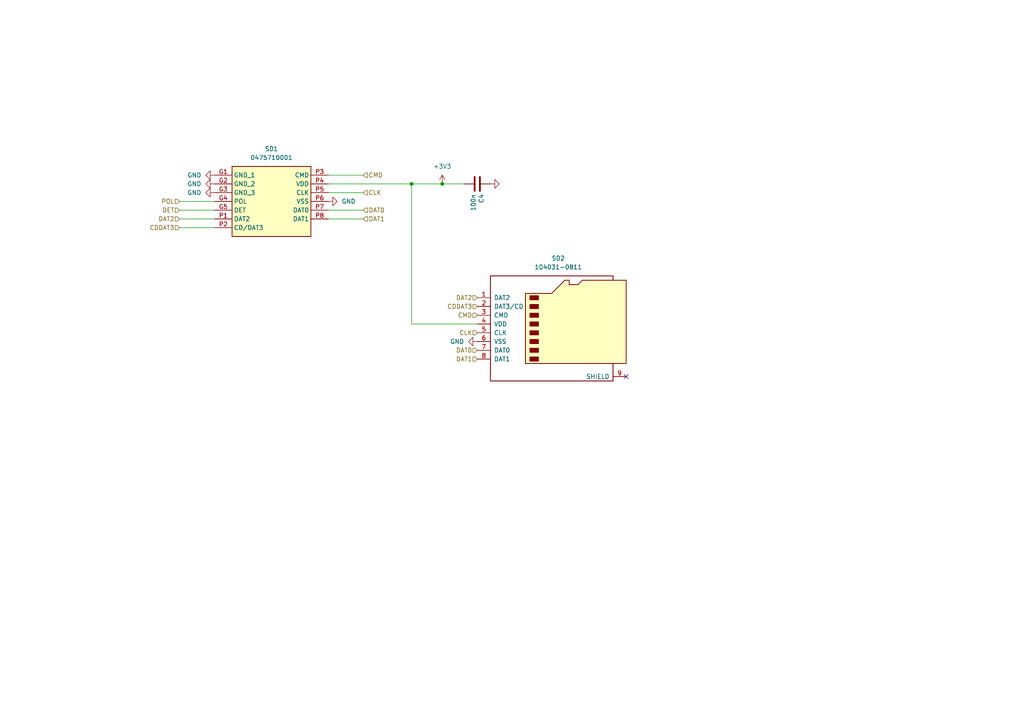
<source format=kicad_sch>
(kicad_sch (version 20250114) (generator "eeschema") (generator_version "9.0")
  (paper "A4")
  (title_block (title "FRANK RM1Z") (date "2025-03-06") (rev "1.00") (company "Mikhail Matveev") (comment 1 "https://github.com/xtremespb/frank"))
  (lib_symbols
    (symbol "Connector:Micro_SD_Card" (pin_names (offset 1.016))
      (property "Reference" "J" (at -16.51 15.24 0))
      (property "Value" "Micro_SD_Card" (at 16.51 15.24 0))
      (symbol "Micro_SD_Card_0_1"
        (polyline (pts (xy -8.89 -11.43) (xy -8.89 8.89) (xy -1.27 8.89) (xy 2.54 12.7) (xy 3.81 12.7) (xy 3.81 11.43) (xy 6.35 11.43) (xy 7.62 12.7) (xy 20.32 12.7) (xy 20.32 -11.43) (xy -8.89 -11.43)) (stroke (width 0.254)) (fill (type background)))
        (rectangle (start -7.62 8.255) (end -5.08 6.985) (fill (type outline)))
        (rectangle (start -7.62 5.715) (end -5.08 4.445) (fill (type outline)))
        (rectangle (start -7.62 3.175) (end -5.08 1.905) (fill (type outline)))
        (rectangle (start -7.62 0.635) (end -5.08 -0.635) (fill (type outline)))
        (rectangle (start -7.62 -1.905) (end -5.08 -3.175) (fill (type outline)))
        (rectangle (start -7.62 -4.445) (end -5.08 -5.715) (fill (type outline)))
        (rectangle (start -7.62 -6.985) (end -5.08 -8.255) (fill (type outline)))
        (rectangle (start -7.62 -9.525) (end -5.08 -10.795) (fill (type outline)))
        (polyline (pts (xy 16.51 12.7) (xy 16.51 13.97) (xy -19.05 13.97) (xy -19.05 -16.51) (xy 16.51 -16.51) (xy 16.51 -11.43)) (stroke (width 0.254)))
      )
      (symbol "Micro_SD_Card_1_1"
        (pin bidirectional line (at -22.86 7.62 0) (length 3.81) (name "DAT2") (number "1"))
        (pin bidirectional line (at -22.86 5.08 0) (length 3.81) (name "DAT3/CD") (number "2"))
        (pin input line (at -22.86 2.54 0) (length 3.81) (name "CMD") (number "3"))
        (pin power_in line (at -22.86 0 0) (length 3.81) (name "VDD") (number "4"))
        (pin input line (at -22.86 -2.54 0) (length 3.81) (name "CLK") (number "5"))
        (pin power_in line (at -22.86 -5.08 0) (length 3.81) (name "VSS") (number "6"))
        (pin bidirectional line (at -22.86 -7.62 0) (length 3.81) (name "DAT0") (number "7"))
        (pin bidirectional line (at -22.86 -10.16 0) (length 3.81) (name "DAT1") (number "8"))
        (pin passive line (at 20.32 -15.24 180) (length 3.81) (name "SHIELD") (number "9"))
      )
    )
    (symbol "Device:C" (pin_numbers (hide yes)) (pin_names (offset 0.254))
      (property "Reference" "C" (at 0.635 2.54 0))
      (property "Value" "C" (at 0.635 -2.54 0))
      (symbol "C_0_1"
        (polyline (pts (xy -2.032 0.762) (xy 2.032 0.762)) (stroke (width 0.508)))
        (polyline (pts (xy -2.032 -0.762) (xy 2.032 -0.762)) (stroke (width 0.508)))
      )
      (symbol "C_1_1"
        (pin passive line (at 0 3.81 270) (length 2.794) (name "~") (number "1"))
        (pin passive line (at 0 -3.81 90) (length 2.794) (name "~") (number "2"))
      )
    )
    (symbol "FRANK:MicroSD_Short"
      (property "Reference" "SD1" (at 16.51 7.62 0))
      (property "Value" "MicroSD_Short" (at 16.51 5.08 0))
      (symbol "MicroSD_Short_1_1"
        (rectangle (start 5.08 2.54) (end 27.94 -17.78) (stroke (width 0.254)) (fill (type background)))
        (pin passive line (at 0 0 0) (length 5.08) (name "GND_1") (number "G1"))
        (pin passive line (at 0 -2.54 0) (length 5.08) (name "GND_2") (number "G2"))
        (pin passive line (at 0 -5.08 0) (length 5.08) (name "GND_3") (number "G3"))
        (pin passive line (at 0 -7.62 0) (length 5.08) (name "POL") (number "G4"))
        (pin passive line (at 0 -10.16 0) (length 5.08) (name "DET") (number "G5"))
        (pin passive line (at 0 -12.7 0) (length 5.08) (name "DAT2") (number "P1"))
        (pin passive line (at 0 -15.24 0) (length 5.08) (name "CD/DAT3") (number "P2"))
        (pin passive line (at 33.02 0 180) (length 5.08) (name "CMD") (number "P3"))
        (pin passive line (at 33.02 -2.54 180) (length 5.08) (name "VDD") (number "P4"))
        (pin passive line (at 33.02 -5.08 180) (length 5.08) (name "CLK") (number "P5"))
        (pin passive line (at 33.02 -7.62 180) (length 5.08) (name "VSS") (number "P6"))
        (pin passive line (at 33.02 -10.16 180) (length 5.08) (name "DAT0") (number "P7"))
        (pin passive line (at 33.02 -12.7 180) (length 5.08) (name "DAT1") (number "P8"))
      )
    )
    (symbol "GND_1" (power) (pin_numbers (hide yes)) (pin_names (offset 0) (hide yes))
      (property "Value" "GND" (at 0 -3.81 0))
      (symbol "GND_1_0_1"
        (polyline (pts (xy 0 0) (xy 0 -1.27) (xy 1.27 -1.27) (xy 0 -2.54) (xy -1.27 -1.27) (xy 0 -1.27)))
      )
      (symbol "GND_1_1_1"
        (pin power_in line (at 0 0 270) (length 0) (name "~") (number "1"))
      )
    )
    (symbol "power:+3V3" (power) (pin_numbers (hide yes)) (pin_names (offset 0) (hide yes))
      (property "Value" "+3V3" (at 0 3.556 0))
      (symbol "+3V3_0_1"
        (polyline (pts (xy -0.762 1.27) (xy 0 2.54)))
        (polyline (pts (xy 0 2.54) (xy 0.762 1.27)))
        (polyline (pts (xy 0 0) (xy 0 2.54)))
      )
      (symbol "+3V3_1_1"
        (pin power_in line (at 0 0 90) (length 0) (name "~") (number "1"))
      )
    )
    (symbol "power:GND" (power) (pin_numbers (hide yes)) (pin_names (offset 0) (hide yes))
      (property "Value" "GND" (at 0 -3.81 0))
      (symbol "GND_0_1"
        (polyline (pts (xy 0 0) (xy 0 -1.27) (xy 1.27 -1.27) (xy 0 -2.54) (xy -1.27 -1.27) (xy 0 -1.27)))
      )
      (symbol "GND_1_1"
        (pin power_in line (at 0 0 270) (length 0) (name "~") (number "1"))
      )
    )
  )
  (junction (at 128.27 53.34))
  (junction (at 119.38 53.34))
  (no_connect (at 181.61 109.22))
  (wire (pts (xy 95.25 60.96) (xy 105.41 60.96)))
  (wire (pts (xy 119.38 93.98) (xy 119.38 53.34)))
  (wire (pts (xy 95.25 63.5) (xy 105.41 63.5)))
  (wire (pts (xy 52.07 66.04) (xy 62.23 66.04)))
  (wire (pts (xy 52.07 63.5) (xy 62.23 63.5)))
  (wire (pts (xy 95.25 50.8) (xy 105.41 50.8)))
  (wire (pts (xy 128.27 53.34) (xy 134.62 53.34)))
  (wire (pts (xy 95.25 55.88) (xy 105.41 55.88)))
  (wire (pts (xy 138.43 93.98) (xy 119.38 93.98)))
  (wire (pts (xy 52.07 58.42) (xy 62.23 58.42)))
  (wire (pts (xy 95.25 53.34) (xy 119.38 53.34)))
  (wire (pts (xy 119.38 53.34) (xy 128.27 53.34)))
  (wire (pts (xy 52.07 60.96) (xy 62.23 60.96)))
  (hierarchical_label "CLK" (shape input) (at 105.41 55.88 0))
  (hierarchical_label "DAT0" (shape input) (at 105.41 60.96 0))
  (hierarchical_label "CMD" (shape input) (at 138.43 91.44 180))
  (hierarchical_label "DAT1" (shape input) (at 105.41 63.5 0))
  (hierarchical_label "DAT2" (shape input) (at 138.43 86.36 180))
  (hierarchical_label "DET" (shape input) (at 52.07 60.96 180))
  (hierarchical_label "DAT0" (shape input) (at 138.43 101.6 180))
  (hierarchical_label "DAT1" (shape input) (at 138.43 104.14 180))
  (hierarchical_label "CDDAT3" (shape input) (at 138.43 88.9 180))
  (hierarchical_label "CDDAT3" (shape input) (at 52.07 66.04 180))
  (hierarchical_label "DAT2" (shape input) (at 52.07 63.5 180))
  (hierarchical_label "POL" (shape input) (at 52.07 58.42 180))
  (hierarchical_label "CLK" (shape input) (at 138.43 96.52 180))
  (hierarchical_label "CMD" (shape input) (at 105.41 50.8 0))
  (symbol (lib_id "Device:C") (at 138.43 53.34 270) (unit 1)
    (property "Reference" "C4" (at 139.5984 56.261 0) (effects (justify left)))
    (property "Value" "100n" (at 137.287 56.261 0) (effects (justify left)))
    (property "Footprint" "FRANK:Capacitor (0805)" (effects (hide yes)))
    (property "Datasheet" "https://eu.mouser.com/datasheet/2/40/KGM_X7R-3223212.pdf" (effects (hide yes)))
    (property "AliExpress" "https://www.aliexpress.com/item/33008008276.html" (effects (hide yes)))
  )
  (symbol (lib_id "power:+3V3") (at 128.27 53.34 0) (unit 1)
    (property "Reference" "#PWR025" (effects (hide yes)))
    (property "Value" "+3V3" (at 128.27 48.26 0))
    (property "Description" "Power symbol creates a global label with name \"+3V3\"" (effects (hide yes)))
  )
  (symbol (lib_id "power:GND") (at 142.24 53.34 90) (unit 1)
    (property "Reference" "#PWR026" (effects (hide yes)))
    (property "Value" "GND" (effects (hide yes)))
    (property "Description" "Power symbol creates a global label with name \"GND\" , ground" (effects (hide yes)))
  )
  (symbol (lib_name "GND_1") (lib_id "power:GND") (at 62.23 53.34 270) (unit 1)
    (property "Reference" "#PWR024" (effects (hide yes)))
    (property "Value" "GND" (at 58.42 53.3399 90) (effects (justify right)))
    (property "Description" "Power symbol creates a global label with name \"GND\" , ground" (effects (hide yes)))
  )
  (symbol (lib_id "FRANK:MicroSD_Short") (at 62.23 50.8 0) (unit 1)
    (property "Reference" "SD1" (at 78.74 43.18 0))
    (property "Value" "0475710001" (at 78.74 45.72 0))
    (property "Footprint" "FRANK:MicroSD (SMD, short)" (effects (hide yes)))
    (property "Datasheet" "https://componentsearchengine.com/Datasheets/2/47571-0001.pdf" (effects (hide yes)))
    (property "Description" "Memory Card Connectors ASSY FOR TFR HEADER HEADER W/DETECT PIN" (effects (hide yes)))
    (property "Height" "2.3" (effects (hide yes)))
    (property "Mouser Part Number" "538-47571-0001" (effects (hide yes)))
    (property "Mouser Price/Stock" "https://www.mouser.co.uk/ProductDetail/Molex/47571-0001?qs=qM7ngqbhX5UTJOg9nqKLJQ%3D%3D" (effects (hide yes)))
    (property "Manufacturer_Name" "Molex" (effects (hide yes)))
    (property "Manufacturer_Part_Number" "47571-0001" (effects (hide yes)))
    (property "AliExpress" "https://www.aliexpress.com/item/1005005302426366.html" (effects (hide yes)))
  )
  (symbol (lib_name "GND_1") (lib_id "power:GND") (at 95.25 58.42 90) (unit 1)
    (property "Reference" "#PWR028" (effects (hide yes)))
    (property "Value" "GND" (at 99.06 58.4199 90) (effects (justify right)))
    (property "Description" "Power symbol creates a global label with name \"GND\" , ground" (effects (hide yes)))
  )
  (symbol (lib_id "power:GND") (at 138.43 99.06 270) (unit 1)
    (property "Reference" "#PWR029" (effects (hide yes)))
    (property "Value" "GND" (at 134.62 99.0599 90) (effects (justify right)))
  )
  (symbol (lib_id "Connector:Micro_SD_Card") (at 161.29 93.98 0) (unit 1)
    (property "Reference" "SD2" (at 161.925 74.93 0))
    (property "Value" "104031-0811" (at 161.925 77.47 0))
    (property "Footprint" "FRANK:MicroSD (SMD, long)" (effects (hide yes)))
    (property "Datasheet" "https://www.we-online.com/components/products/datasheet/693072010801.pdf" (effects (hide yes)))
    (property "Description" "Micro SD Card Socket" (effects (hide yes)))
    (property "AliExpress" "https://www.aliexpress.com/item/1005004214252441.html" (effects (hide yes)))
  )
  (symbol (lib_name "GND_1") (lib_id "power:GND") (at 62.23 55.88 270) (unit 1)
    (property "Reference" "#PWR027" (effects (hide yes)))
    (property "Value" "GND" (at 58.42 55.8799 90) (effects (justify right)))
    (property "Description" "Power symbol creates a global label with name \"GND\" , ground" (effects (hide yes)))
  )
  (symbol (lib_name "GND_1") (lib_id "power:GND") (at 62.23 50.8 270) (unit 1)
    (property "Reference" "#PWR023" (effects (hide yes)))
    (property "Value" "GND" (at 58.42 50.7999 90) (effects (justify right)))
    (property "Description" "Power symbol creates a global label with name \"GND\" , ground" (effects (hide yes)))
  )
)
</source>
